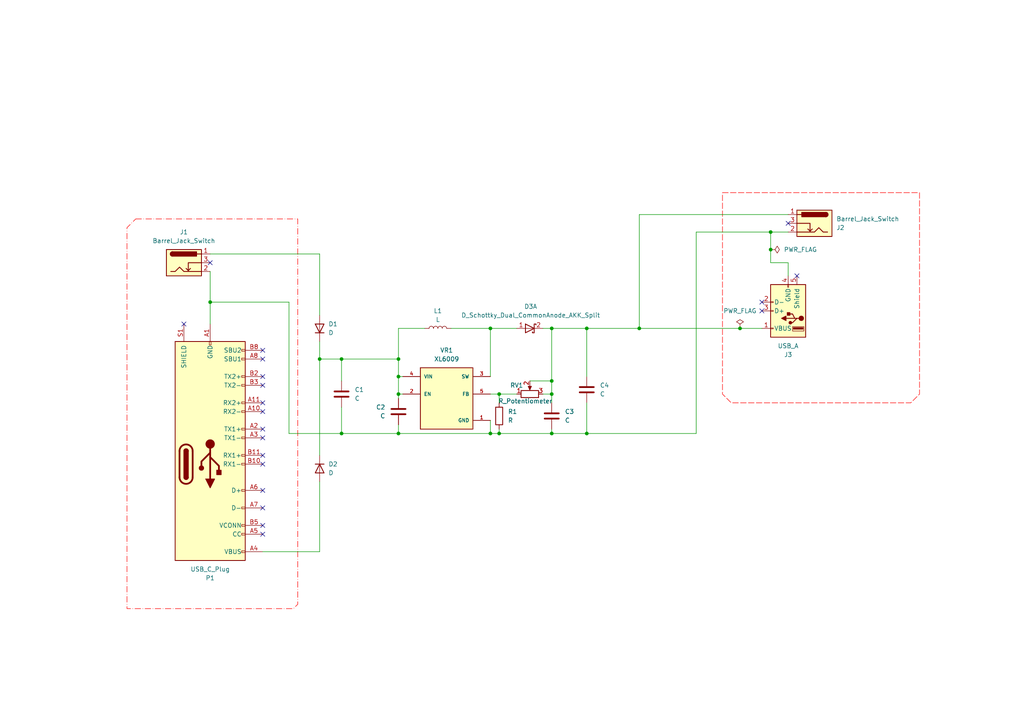
<source format=kicad_sch>
(kicad_sch (version 20250114) (generator "eeschema") (generator_version "9.0")
  (paper "A4")
  (lib_symbols
    (symbol "Connector:Barrel_Jack_Switch" (pin_names (hide yes))
      (property "Reference" "J" (at 0 5.334 0))
      (property "Value" "Barrel_Jack_Switch" (at 0 -5.08 0))
      (symbol "Barrel_Jack_Switch_0_1"
        (rectangle (start -5.08 3.81) (end 5.08 -3.81) (stroke (width 0.254)) (fill (type background)))
        (polyline (pts (xy -3.81 -2.54) (xy -2.54 -2.54) (xy -1.27 -1.27) (xy 0 -2.54) (xy 2.54 -2.54) (xy 5.08 -2.54)) (stroke (width 0.254)))
        (arc (start -3.302 1.905) (mid -3.9343 2.54) (end -3.302 3.175) (stroke (width 0.254)))
        (arc (start -3.302 1.905) (mid -3.9343 2.54) (end -3.302 3.175) (stroke (width 0.254)) (fill (type outline)))
        (polyline (pts (xy 1.27 -2.286) (xy 1.905 -1.651)) (stroke (width 0.254)))
        (rectangle (start 3.683 3.175) (end -3.302 1.905) (stroke (width 0.254)) (fill (type outline)))
        (polyline (pts (xy 5.08 2.54) (xy 3.81 2.54)) (stroke (width 0.254)))
        (polyline (pts (xy 5.08 0) (xy 1.27 0) (xy 1.27 -2.286) (xy 0.635 -1.651)) (stroke (width 0.254)))
      )
      (symbol "Barrel_Jack_Switch_1_1"
        (pin passive line (at 7.62 2.54 180) (length 2.54) (name "~") (number "1"))
        (pin passive line (at 7.62 0 180) (length 2.54) (name "~") (number "3"))
        (pin passive line (at 7.62 -2.54 180) (length 2.54) (name "~") (number "2"))
      )
    )
    (symbol "Connector:USB_A" (pin_names (offset 1.016))
      (property "Reference" "J" (at -5.08 11.43 0))
      (property "Value" "USB_A" (at -5.08 8.89 0))
      (symbol "USB_A_0_1"
        (rectangle (start -5.08 -7.62) (end 5.08 7.62) (stroke (width 0.254)) (fill (type background)))
        (circle (center -3.81 2.159) (radius 0.635) (stroke (width 0.254)) (fill (type outline)))
        (polyline (pts (xy -3.175 2.159) (xy -2.54 2.159) (xy -1.27 3.429) (xy -0.635 3.429)) (stroke (width 0.254)))
        (polyline (pts (xy -2.54 2.159) (xy -1.905 2.159) (xy -1.27 0.889) (xy 0 0.889)) (stroke (width 0.254)))
        (rectangle (start -1.524 4.826) (end -4.318 5.334) (fill (type outline)))
        (rectangle (start -1.27 4.572) (end -4.572 5.842))
        (circle (center -0.635 3.429) (radius 0.381) (stroke (width 0.254)) (fill (type outline)))
        (rectangle (start -0.127 -7.62) (end 0.127 -6.858))
        (rectangle (start 0.254 1.27) (end -0.508 0.508) (stroke (width 0.254)) (fill (type outline)))
        (polyline (pts (xy 0.635 2.794) (xy 0.635 1.524) (xy 1.905 2.159) (xy 0.635 2.794)) (stroke (width 0.254)) (fill (type outline)))
        (rectangle (start 5.08 4.953) (end 4.318 5.207))
        (rectangle (start 5.08 -0.127) (end 4.318 0.127))
        (rectangle (start 5.08 -2.667) (end 4.318 -2.413))
      )
      (symbol "USB_A_1_1"
        (polyline (pts (xy -1.905 2.159) (xy 0.635 2.159)) (stroke (width 0.254)))
        (pin passive line (at -2.54 -10.16 90) (length 2.54) (name "Shield") (number "5"))
        (pin power_in line (at 0 -10.16 90) (length 2.54) (name "GND") (number "4"))
        (pin power_in line (at 7.62 5.08 180) (length 2.54) (name "VBUS") (number "1"))
        (pin bidirectional line (at 7.62 0 180) (length 2.54) (name "D+") (number "3"))
        (pin bidirectional line (at 7.62 -2.54 180) (length 2.54) (name "D-") (number "2"))
      )
    )
    (symbol "Connector:USB_C_Plug" (pin_names (offset 1.016))
      (property "Reference" "P" (at -10.16 29.21 0))
      (property "Value" "USB_C_Plug" (at 10.16 29.21 0))
      (symbol "USB_C_Plug_0_0"
        (rectangle (start -0.254 -35.56) (end 0.254 -34.544))
        (rectangle (start 10.16 25.654) (end 9.144 25.146))
        (rectangle (start 10.16 20.574) (end 9.144 20.066))
        (rectangle (start 10.16 18.034) (end 9.144 17.526))
        (rectangle (start 10.16 12.954) (end 9.144 12.446))
        (rectangle (start 10.16 7.874) (end 9.144 7.366))
        (rectangle (start 10.16 0.254) (end 9.144 -0.254))
        (rectangle (start 10.16 -2.286) (end 9.144 -2.794))
        (rectangle (start 10.16 -7.366) (end 9.144 -7.874))
        (rectangle (start 10.16 -9.906) (end 9.144 -10.414))
        (rectangle (start 10.16 -14.986) (end 9.144 -15.494))
        (rectangle (start 10.16 -17.526) (end 9.144 -18.034))
        (rectangle (start 10.16 -22.606) (end 9.144 -23.114))
        (rectangle (start 10.16 -25.146) (end 9.144 -25.654))
        (rectangle (start 10.16 -30.226) (end 9.144 -30.734))
        (rectangle (start 10.16 -32.766) (end 9.144 -33.274))
      )
      (symbol "USB_C_Plug_0_1"
        (rectangle (start -10.16 27.94) (end 10.16 -35.56) (stroke (width 0.254)) (fill (type background)))
        (polyline (pts (xy -8.89 -3.81) (xy -8.89 3.81)) (stroke (width 0.508)))
        (rectangle (start -7.62 -3.81) (end -6.35 3.81) (stroke (width 0.254)) (fill (type outline)))
        (arc (start -7.62 3.81) (mid -6.985 4.4423) (end -6.35 3.81) (stroke (width 0.254)))
        (arc (start -7.62 3.81) (mid -6.985 4.4423) (end -6.35 3.81) (stroke (width 0.254)) (fill (type outline)))
        (arc (start -8.89 3.81) (mid -6.985 5.7067) (end -5.08 3.81) (stroke (width 0.508)))
        (arc (start -5.08 -3.81) (mid -6.985 -5.7067) (end -8.89 -3.81) (stroke (width 0.508)))
        (arc (start -6.35 -3.81) (mid -6.985 -4.4423) (end -7.62 -3.81) (stroke (width 0.254)))
        (arc (start -6.35 -3.81) (mid -6.985 -4.4423) (end -7.62 -3.81) (stroke (width 0.254)) (fill (type outline)))
        (polyline (pts (xy -5.08 3.81) (xy -5.08 -3.81)) (stroke (width 0.508)))
      )
      (symbol "USB_C_Plug_1_1"
        (circle (center -2.54 1.143) (radius 0.635) (stroke (width 0.254)) (fill (type outline)))
        (polyline (pts (xy -1.27 4.318) (xy 0 6.858) (xy 1.27 4.318) (xy -1.27 4.318)) (stroke (width 0.254)) (fill (type outline)))
        (polyline (pts (xy 0 -2.032) (xy 2.54 0.508) (xy 2.54 1.778)) (stroke (width 0.508)))
        (polyline (pts (xy 0 -3.302) (xy -2.54 -0.762) (xy -2.54 0.508)) (stroke (width 0.508)))
        (polyline (pts (xy 0 -5.842) (xy 0 4.318)) (stroke (width 0.508)))
        (circle (center 0 -5.842) (radius 1.27) (fill (type outline)))
        (rectangle (start 1.905 1.778) (end 3.175 3.048) (stroke (width 0.254)) (fill (type outline)))
        (pin passive line (at -7.62 -40.64 90) (length 5.08) (name "SHIELD") (number "S1"))
        (pin passive line (at 0 -40.64 90) (length 5.08) (name "GND") (number "A1"))
        (pin passive line (at 0 -40.64 90) (length 5.08) (hide yes) (name "GND") (number "A12"))
        (pin passive line (at 0 -40.64 90) (length 5.08) (hide yes) (name "GND") (number "B1"))
        (pin passive line (at 0 -40.64 90) (length 5.08) (hide yes) (name "GND") (number "B12"))
        (pin passive line (at 15.24 25.4 180) (length 5.08) (name "VBUS") (number "A4"))
        (pin passive line (at 15.24 25.4 180) (length 5.08) (hide yes) (name "VBUS") (number "A9"))
        (pin passive line (at 15.24 25.4 180) (length 5.08) (hide yes) (name "VBUS") (number "B4"))
        (pin passive line (at 15.24 25.4 180) (length 5.08) (hide yes) (name "VBUS") (number "B9"))
        (pin bidirectional line (at 15.24 20.32 180) (length 5.08) (name "CC") (number "A5"))
        (pin bidirectional line (at 15.24 17.78 180) (length 5.08) (name "VCONN") (number "B5"))
        (pin bidirectional line (at 15.24 12.7 180) (length 5.08) (name "D-") (number "A7"))
        (pin bidirectional line (at 15.24 7.62 180) (length 5.08) (name "D+") (number "A6"))
        (pin bidirectional line (at 15.24 0 180) (length 5.08) (name "RX1-") (number "B10"))
        (pin bidirectional line (at 15.24 -2.54 180) (length 5.08) (name "RX1+") (number "B11"))
        (pin bidirectional line (at 15.24 -7.62 180) (length 5.08) (name "TX1-") (number "A3"))
        (pin bidirectional line (at 15.24 -10.16 180) (length 5.08) (name "TX1+") (number "A2"))
        (pin bidirectional line (at 15.24 -15.24 180) (length 5.08) (name "RX2-") (number "A10"))
        (pin bidirectional line (at 15.24 -17.78 180) (length 5.08) (name "RX2+") (number "A11"))
        (pin bidirectional line (at 15.24 -22.86 180) (length 5.08) (name "TX2-") (number "B3"))
        (pin bidirectional line (at 15.24 -25.4 180) (length 5.08) (name "TX2+") (number "B2"))
        (pin bidirectional line (at 15.24 -30.48 180) (length 5.08) (name "SBU1") (number "A8"))
        (pin bidirectional line (at 15.24 -33.02 180) (length 5.08) (name "SBU2") (number "B8"))
      )
    )
    (symbol "Device:C" (pin_numbers (hide yes)) (pin_names (offset 0.254))
      (property "Reference" "C" (at 0.635 2.54 0))
      (property "Value" "C" (at 0.635 -2.54 0))
      (symbol "C_0_1"
        (polyline (pts (xy -2.032 0.762) (xy 2.032 0.762)) (stroke (width 0.508)))
        (polyline (pts (xy -2.032 -0.762) (xy 2.032 -0.762)) (stroke (width 0.508)))
      )
      (symbol "C_1_1"
        (pin passive line (at 0 3.81 270) (length 2.794) (name "~") (number "1"))
        (pin passive line (at 0 -3.81 90) (length 2.794) (name "~") (number "2"))
      )
    )
    (symbol "Device:D" (pin_numbers (hide yes)) (pin_names (offset 1.016) (hide yes))
      (property "Reference" "D" (at 0 2.54 0))
      (property "Value" "D" (at 0 -2.54 0))
      (symbol "D_0_1"
        (polyline (pts (xy -1.27 1.27) (xy -1.27 -1.27)) (stroke (width 0.254)))
        (polyline (pts (xy 1.27 1.27) (xy 1.27 -1.27) (xy -1.27 0) (xy 1.27 1.27)) (stroke (width 0.254)))
        (polyline (pts (xy 1.27 0) (xy -1.27 0)))
      )
      (symbol "D_1_1"
        (pin passive line (at -3.81 0 0) (length 2.54) (name "K") (number "1"))
        (pin passive line (at 3.81 0 180) (length 2.54) (name "A") (number "2"))
      )
    )
    (symbol "Device:D_Schottky_Dual_CommonAnode_AKK_Split" (pin_names (offset 0.762) (hide yes))
      (property "Reference" "D" (at 0 2.54 0))
      (property "Value" "D_Schottky_Dual_CommonAnode_AKK_Split" (at 0 -2.54 0))
      (symbol "D_Schottky_Dual_CommonAnode_AKK_Split_0_1"
        (polyline (pts (xy -1.27 1.27) (xy 1.27 0) (xy -1.27 -1.27) (xy -1.27 1.27) (xy -1.27 1.27) (xy -1.27 1.27)) (stroke (width 0.254)))
        (polyline (pts (xy 1.27 0) (xy -1.27 0)))
        (polyline (pts (xy 1.778 1.016) (xy 1.778 1.27) (xy 1.27 1.27) (xy 1.27 -1.27) (xy 0.762 -1.27) (xy 0.762 -1.016)) (stroke (width 0.254)))
        (pin passive line (at -3.81 0 0) (length 2.54) (name "A") (number "1"))
      )
      (symbol "D_Schottky_Dual_CommonAnode_AKK_Split_1_1"
        (pin passive line (at 3.81 0 180) (length 2.54) (name "K") (number "2"))
      )
      (symbol "D_Schottky_Dual_CommonAnode_AKK_Split_2_1"
        (pin passive line (at 3.81 0 180) (length 2.54) (name "K") (number "3"))
      )
    )
    (symbol "Device:L" (pin_numbers (hide yes)) (pin_names (offset 1.016) (hide yes))
      (property "Reference" "L" (at -1.27 0 90))
      (property "Value" "L" (at 1.905 0 90))
      (symbol "L_0_1"
        (arc (start 0 2.54) (mid 0.6323 1.905) (end 0 1.27))
        (arc (start 0 1.27) (mid 0.6323 0.635) (end 0 0))
        (arc (start 0 0) (mid 0.6323 -0.635) (end 0 -1.27))
        (arc (start 0 -1.27) (mid 0.6323 -1.905) (end 0 -2.54))
      )
      (symbol "L_1_1"
        (pin passive line (at 0 3.81 270) (length 1.27) (name "1") (number "1"))
        (pin passive line (at 0 -3.81 90) (length 1.27) (name "2") (number "2"))
      )
    )
    (symbol "Device:R" (pin_numbers (hide yes)) (pin_names (offset 0))
      (property "Reference" "R" (at 2.032 0 90))
      (property "Value" "R" (at 0 0 90))
      (symbol "R_0_1"
        (rectangle (start -1.016 -2.54) (end 1.016 2.54) (stroke (width 0.254)))
      )
      (symbol "R_1_1"
        (pin passive line (at 0 3.81 270) (length 1.27) (name "~") (number "1"))
        (pin passive line (at 0 -3.81 90) (length 1.27) (name "~") (number "2"))
      )
    )
    (symbol "Device:R_Potentiometer" (pin_names (offset 1.016) (hide yes))
      (property "Reference" "RV" (at -4.445 0 90))
      (property "Value" "R_Potentiometer" (at -2.54 0 90))
      (symbol "R_Potentiometer_0_1"
        (rectangle (start 1.016 2.54) (end -1.016 -2.54) (stroke (width 0.254)))
        (polyline (pts (xy 1.143 0) (xy 2.286 0.508) (xy 2.286 -0.508) (xy 1.143 0)) (fill (type outline)))
        (polyline (pts (xy 2.54 0) (xy 1.524 0)))
      )
      (symbol "R_Potentiometer_1_1"
        (pin passive line (at 0 3.81 270) (length 1.27) (name "1") (number "1"))
        (pin passive line (at 0 -3.81 90) (length 1.27) (name "3") (number "3"))
        (pin passive line (at 3.81 0 180) (length 1.27) (name "2") (number "2"))
      )
    )
    (symbol "customLib:XL6009" (pin_names (offset 1.016))
      (property "Reference" "VR" (at -7.62 8.89 0))
      (property "Value" "XL6009" (at -7.62 -11.43 0))
      (symbol "XL6009_0_0"
        (rectangle (start -7.62 -10.16) (end 7.62 7.62) (stroke (width 0.254)) (fill (type background)))
        (pin input line (at -12.7 5.08 0) (length 5.08) (name "VIN") (number "4"))
        (pin input line (at -12.7 0 0) (length 5.08) (name "EN") (number "2"))
        (pin output line (at 12.7 5.08 180) (length 5.08) (name "SW") (number "3"))
        (pin output line (at 12.7 5.08 180) (length 5.08) (hide yes) (name "SW") (number "6"))
        (pin input line (at 12.7 0 180) (length 5.08) (name "FB") (number "5"))
        (pin power_in line (at 12.7 -7.62 180) (length 5.08) (name "GND") (number "1"))
      )
    )
    (symbol "power:PWR_FLAG" (power) (pin_numbers (hide yes)) (pin_names (offset 0) (hide yes))
      (property "Value" "PWR_FLAG" (at 0 3.81 0))
      (symbol "PWR_FLAG_0_0"
        (pin power_out line (at 0 0 90) (length 0) (name "~") (number "1"))
      )
      (symbol "PWR_FLAG_0_1"
        (polyline (pts (xy 0 0) (xy 0 1.27) (xy -1.016 1.905) (xy 0 2.54) (xy 1.016 1.905) (xy 0 1.27)))
      )
    )
  )
  (junction (at 170.18 95.25))
  (junction (at 142.24 95.25))
  (junction (at 185.42 95.25))
  (junction (at 115.57 104.14))
  (junction (at 144.78 125.73))
  (junction (at 160.02 95.25))
  (junction (at 99.06 125.73))
  (junction (at 214.63 95.25))
  (junction (at 142.24 125.73))
  (junction (at 223.52 67.31))
  (junction (at 60.96 87.63))
  (junction (at 115.57 114.3))
  (junction (at 144.78 114.3))
  (junction (at 115.57 125.73))
  (junction (at 160.02 114.3))
  (junction (at 160.02 110.49))
  (junction (at 170.18 125.73))
  (junction (at 115.57 109.22))
  (junction (at 92.71 104.14))
  (junction (at 223.52 72.39))
  (junction (at 99.06 104.14))
  (junction (at 160.02 125.73))
  (no_connect (at 53.34 93.98))
  (no_connect (at 76.2 142.24))
  (no_connect (at 76.2 116.84))
  (no_connect (at 76.2 147.32))
  (no_connect (at 76.2 154.94))
  (no_connect (at 228.6 64.77))
  (no_connect (at 76.2 124.46))
  (no_connect (at 76.2 132.08))
  (no_connect (at 76.2 134.62))
  (no_connect (at 220.98 90.17))
  (no_connect (at 76.2 109.22))
  (no_connect (at 220.98 87.63))
  (no_connect (at 231.14 80.01))
  (no_connect (at 76.2 127))
  (no_connect (at 76.2 101.6))
  (no_connect (at 76.2 104.14))
  (no_connect (at 76.2 152.4))
  (no_connect (at 60.96 76.2))
  (no_connect (at 76.2 119.38))
  (no_connect (at 76.2 111.76))
  (wire (pts (xy 92.71 99.06) (xy 92.71 104.14)))
  (wire (pts (xy 144.78 114.3) (xy 144.78 116.84)))
  (wire (pts (xy 185.42 62.23) (xy 185.42 95.25)))
  (wire (pts (xy 170.18 95.25) (xy 170.18 109.22)))
  (wire (pts (xy 99.06 104.14) (xy 115.57 104.14)))
  (wire (pts (xy 160.02 114.3) (xy 160.02 116.84)))
  (wire (pts (xy 223.52 72.39) (xy 223.52 76.2)))
  (wire (pts (xy 170.18 125.73) (xy 201.93 125.73)))
  (wire (pts (xy 99.06 104.14) (xy 99.06 110.49)))
  (wire (pts (xy 201.93 67.31) (xy 223.52 67.31)))
  (wire (pts (xy 185.42 95.25) (xy 214.63 95.25)))
  (wire (pts (xy 160.02 95.25) (xy 160.02 110.49)))
  (wire (pts (xy 83.82 125.73) (xy 99.06 125.73)))
  (wire (pts (xy 99.06 125.73) (xy 115.57 125.73)))
  (wire (pts (xy 60.96 78.74) (xy 60.96 87.63)))
  (wire (pts (xy 144.78 124.46) (xy 144.78 125.73)))
  (wire (pts (xy 99.06 118.11) (xy 99.06 125.73)))
  (wire (pts (xy 153.67 110.49) (xy 160.02 110.49)))
  (wire (pts (xy 160.02 114.3) (xy 160.02 110.49)))
  (wire (pts (xy 115.57 123.19) (xy 115.57 125.73)))
  (wire (pts (xy 142.24 114.3) (xy 144.78 114.3)))
  (wire (pts (xy 170.18 116.84) (xy 170.18 125.73)))
  (wire (pts (xy 144.78 114.3) (xy 149.86 114.3)))
  (wire (pts (xy 144.78 125.73) (xy 160.02 125.73)))
  (wire (pts (xy 116.84 109.22) (xy 115.57 109.22)))
  (wire (pts (xy 160.02 95.25) (xy 170.18 95.25)))
  (wire (pts (xy 115.57 109.22) (xy 115.57 114.3)))
  (wire (pts (xy 142.24 95.25) (xy 149.86 95.25)))
  (wire (pts (xy 92.71 104.14) (xy 92.71 132.08)))
  (wire (pts (xy 223.52 67.31) (xy 223.52 72.39)))
  (wire (pts (xy 83.82 87.63) (xy 83.82 125.73)))
  (wire (pts (xy 170.18 125.73) (xy 160.02 125.73)))
  (wire (pts (xy 160.02 124.46) (xy 160.02 125.73)))
  (wire (pts (xy 228.6 62.23) (xy 185.42 62.23)))
  (wire (pts (xy 185.42 95.25) (xy 170.18 95.25)))
  (wire (pts (xy 92.71 73.66) (xy 92.71 91.44)))
  (wire (pts (xy 228.6 76.2) (xy 228.6 80.01)))
  (wire (pts (xy 115.57 95.25) (xy 123.19 95.25)))
  (wire (pts (xy 92.71 104.14) (xy 99.06 104.14)))
  (wire (pts (xy 60.96 87.63) (xy 83.82 87.63)))
  (wire (pts (xy 142.24 125.73) (xy 142.24 121.92)))
  (wire (pts (xy 201.93 125.73) (xy 201.93 67.31)))
  (wire (pts (xy 157.48 95.25) (xy 160.02 95.25)))
  (wire (pts (xy 92.71 139.7) (xy 92.71 160.02)))
  (wire (pts (xy 60.96 73.66) (xy 92.71 73.66)))
  (wire (pts (xy 115.57 104.14) (xy 115.57 95.25)))
  (wire (pts (xy 115.57 104.14) (xy 115.57 109.22)))
  (wire (pts (xy 220.98 95.25) (xy 214.63 95.25)))
  (wire (pts (xy 92.71 160.02) (xy 76.2 160.02)))
  (wire (pts (xy 130.81 95.25) (xy 142.24 95.25)))
  (wire (pts (xy 116.84 114.3) (xy 115.57 114.3)))
  (wire (pts (xy 223.52 67.31) (xy 228.6 67.31)))
  (wire (pts (xy 115.57 125.73) (xy 142.24 125.73)))
  (wire (pts (xy 60.96 87.63) (xy 60.96 93.98)))
  (wire (pts (xy 142.24 125.73) (xy 144.78 125.73)))
  (wire (pts (xy 223.52 76.2) (xy 228.6 76.2)))
  (wire (pts (xy 157.48 114.3) (xy 160.02 114.3)))
  (wire (pts (xy 142.24 95.25) (xy 142.24 109.22)))
  (wire (pts (xy 115.57 114.3) (xy 115.57 115.57)))
  (rule_area (polyline (pts (xy 209.55 55.88) (xy 266.7 55.88) (xy 266.7 114.3) (xy 264.16 116.84) (xy 212.09 116.84) (xy 209.55 114.3)) (stroke (width 0) (type dash))))
  (rule_area (polyline (pts (xy 39.37 63.5) (xy 86.36 63.5) (xy 86.36 175.26) (xy 85.09 176.53) (xy 36.83 176.53) (xy 36.83 66.04)) (stroke (width 0) (type dash_dot))))
  (symbol (lib_id "Device:C") (at 170.18 113.03 0) (unit 1)
    (property "Reference" "C4" (at 173.99 111.7599 0) (effects (justify left)))
    (property "Value" "C" (at 173.99 114.2999 0) (effects (justify left)))
    (property "Description" "Unpolarized capacitor" (effects (hide yes)))
  )
  (symbol (lib_id "Device:D_Schottky_Dual_CommonAnode_AKK_Split") (at 153.67 95.25 0) (unit 1)
    (property "Reference" "D3" (at 153.924 88.9 0))
    (property "Value" "D_Schottky_Dual_CommonAnode_AKK_Split" (at 153.924 91.44 0))
    (property "Footprint" "CustomFootprintsLib:SS34" (effects (hide yes)))
    (property "Description" "Dual Schottky diode, common anode on pin 1" (effects (hide yes)))
  )
  (symbol (lib_id "Connector:USB_A") (at 228.6 90.17 180) (unit 1)
    (property "Reference" "J3" (at 228.6 102.87 0))
    (property "Value" "USB_A" (at 228.6 100.33 0))
    (property "Description" "USB Type A connector" (effects (hide yes)))
  )
  (symbol (lib_id "Connector:Barrel_Jack_Switch") (at 236.22 64.77 0) (mirror y) (unit 1)
    (property "Reference" "J2" (at 242.57 66.0401 0) (effects (justify right)))
    (property "Value" "Barrel_Jack_Switch" (at 242.57 63.5001 0) (effects (justify right)))
    (property "Description" "DC Barrel Jack with an internal switch" (effects (hide yes)))
  )
  (symbol (lib_id "Device:C") (at 115.57 119.38 0) (mirror x) (unit 1)
    (property "Reference" "C2" (at 111.76 118.1099 0) (effects (justify right)))
    (property "Value" "C" (at 111.76 120.6499 0) (effects (justify right)))
    (property "Description" "Unpolarized capacitor" (effects (hide yes)))
  )
  (symbol (lib_id "customLib:XL6009") (at 129.54 114.3 0) (unit 1)
    (property "Reference" "VR1" (at 129.54 101.6 0))
    (property "Value" "XL6009" (at 129.54 104.14 0))
    (property "Footprint" "CustomFootprintsLib:XL6009" (effects (hide yes)))
    (property "MF" "XLSEMI" (effects (hide yes)))
    (property "MAXIMUM_PACKAGE_HEIGHT" "4.65mm" (effects (hide yes)))
    (property "Package" "TO-263-5L XLSEMI" (effects (hide yes)))
    (property "Price" "None" (effects (hide yes)))
    (property "Check_prices" "https://www.snapeda.com/parts/XL6009/XLSEMI/view-part/?ref=eda" (effects (hide yes)))
    (property "STANDARD" "IPC-7351B" (effects (hide yes)))
    (property "PARTREV" "1.1" (effects (hide yes)))
    (property "SnapEDA_Link" "https://www.snapeda.com/parts/XL6009/XLSEMI/view-part/?ref=snap" (effects (hide yes)))
    (property "MP" "XL6009" (effects (hide yes)))
    (property "Description_1" "The XL6009 regulator is a wide input range, current mode, DC/DC converter which is capable of generating either positive or negative output voltages." (effects (hide yes)))
    (property "Availability" "Not in stock" (effects (hide yes)))
    (property "MANUFACTURER" "XLSEMI" (effects (hide yes)))
  )
  (symbol (lib_id "Connector:Barrel_Jack_Switch") (at 53.34 76.2 0) (unit 1)
    (property "Reference" "J1" (at 53.34 67.31 0))
    (property "Value" "Barrel_Jack_Switch" (at 53.34 69.85 0))
    (property "Description" "DC Barrel Jack with an internal switch" (effects (hide yes)))
  )
  (symbol (lib_id "Device:L") (at 127 95.25 90) (unit 1)
    (property "Reference" "L1" (at 127 90.17 90))
    (property "Value" "L" (at 127 92.71 90))
    (property "Description" "Inductor" (effects (hide yes)))
  )
  (symbol (lib_id "power:PWR_FLAG") (at 223.52 72.39 270) (unit 1)
    (property "Reference" "#FLG02" (effects (hide yes)))
    (property "Value" "PWR_FLAG" (at 227.33 72.3899 90) (effects (justify left)))
    (property "Description" "Special symbol for telling ERC where power comes from" (effects (hide yes)))
  )
  (symbol (lib_id "Connector:USB_C_Plug") (at 60.96 134.62 0) (mirror x) (unit 1)
    (property "Reference" "P1" (at 60.96 167.64 0))
    (property "Value" "USB_C_Plug" (at 60.96 165.1 0))
    (property "Datasheet" "https://www.usb.org/sites/default/files/documents/usb_type-c.zip" (effects (hide yes)))
    (property "Description" "USB Type-C Plug connector" (effects (hide yes)))
  )
  (symbol (lib_id "Device:R_Potentiometer") (at 153.67 114.3 90) (unit 1)
    (property "Reference" "RV1" (at 149.86 111.76 90))
    (property "Value" "R_Potentiometer" (at 152.4 116.332 90))
    (property "Description" "Potentiometer" (effects (hide yes)))
  )
  (symbol (lib_id "Device:R") (at 144.78 120.65 0) (unit 1)
    (property "Reference" "R1" (at 147.32 119.3799 0) (effects (justify left)))
    (property "Value" "R" (at 147.32 121.9199 0) (effects (justify left)))
    (property "Description" "Resistor" (effects (hide yes)))
  )
  (symbol (lib_id "Device:C") (at 160.02 120.65 0) (unit 1)
    (property "Reference" "C3" (at 163.83 119.3799 0) (effects (justify left)))
    (property "Value" "C" (at 163.83 121.9199 0) (effects (justify left)))
    (property "Description" "Unpolarized capacitor" (effects (hide yes)))
  )
  (symbol (lib_id "Device:D") (at 92.71 135.89 270) (unit 1)
    (property "Reference" "D2" (at 95.25 134.6199 90) (effects (justify left)))
    (property "Value" "D" (at 95.25 137.1599 90) (effects (justify left)))
    (property "Description" "Diode" (effects (hide yes)))
    (property "Sim.Device" "D" (effects (hide yes)))
    (property "Sim.Pins" "1=K 2=A" (effects (hide yes)))
  )
  (symbol (lib_id "Device:C") (at 99.06 114.3 0) (unit 1)
    (property "Reference" "C1" (at 102.87 113.0299 0) (effects (justify left)))
    (property "Value" "C" (at 102.87 115.5699 0) (effects (justify left)))
    (property "Description" "Unpolarized capacitor" (effects (hide yes)))
  )
  (symbol (lib_id "power:PWR_FLAG") (at 214.63 95.25 0) (unit 1)
    (property "Reference" "#FLG01" (effects (hide yes)))
    (property "Value" "PWR_FLAG" (at 214.63 90.17 0))
    (property "Description" "Special symbol for telling ERC where power comes from" (effects (hide yes)))
  )
  (symbol (lib_id "Device:D") (at 92.71 95.25 90) (unit 1)
    (property "Reference" "D1" (at 95.25 93.9799 90) (effects (justify right)))
    (property "Value" "D" (at 95.25 96.5199 90) (effects (justify right)))
    (property "Description" "Diode" (effects (hide yes)))
    (property "Sim.Device" "D" (effects (hide yes)))
    (property "Sim.Pins" "1=K 2=A" (effects (hide yes)))
  )
)
</source>
